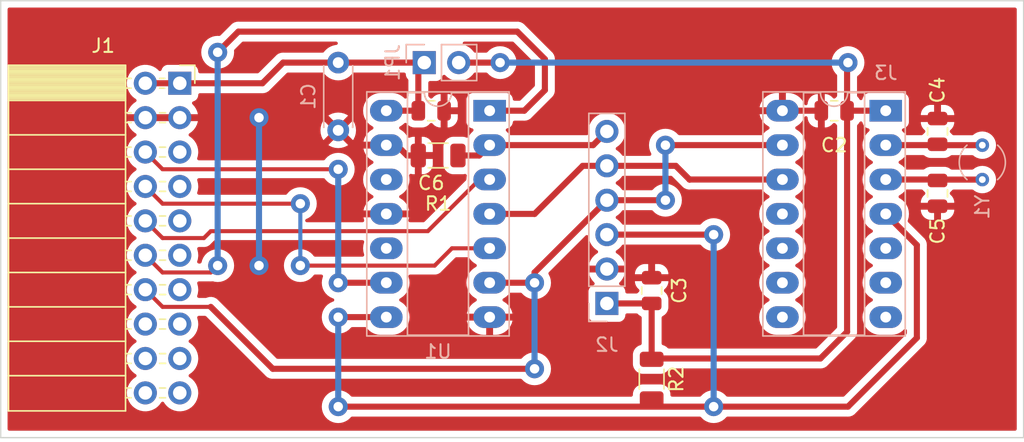
<source format=kicad_pcb>
(kicad_pcb (version 20211014) (generator pcbnew)
  (layers (0 "F.Cu" signal) (31 "B.Cu" signal) (34 "B.Paste" user) (35 "F.Paste" user) (36 "B.SilkS" user "B.Silkscreen") (37 "F.SilkS" user "F.Silkscreen") (38 "B.Mask" user) (39 "F.Mask" user) (44 "Edge.Cuts" user))
  (net 0 "")
  (net 1 "VCC")
  (net 2 "GND")
  (net 3 "+5V")
  (net 4 "Net-(C4-Pad1)")
  (net 5 "Net-(C5-Pad1)")
  (net 6 "PGD")
  (net 13 "MCLR")
  (net 14 "PGC")
  (net 15 "PGM")
  (net 25 "Net-(U1-Pad9)")
  (net 28 "Net-(J1-Pad8)")
  (net 30 "Net-(J1-Pad10)")
  (net 32 "Net-(J1-Pad12)")
  (footprint "Connector_PinSocket_2.54mm:PinSocket_2x10_P2.54mm_Horizontal" (layer "F.Cu") (at 48.006 36.068)
    (fp_text reference "J1" (at -5.65 -2.77) (layer "F.SilkS"))
    (fp_text value "PBD-20R")
    (fp_line (start -4 12.34) (end -3.59 12.34) (layer "F.SilkS") (width 0.12))
    (fp_line (start -12.63 -0.855715) (end -4 -0.855715) (layer "F.SilkS") (width 0.12))
    (fp_line (start -12.63 1.1519) (end -4 1.1519) (layer "F.SilkS") (width 0.12))
    (fp_line (start -4 2.18) (end -3.59 2.18) (layer "F.SilkS") (width 0.12))
    (fp_line (start -4 2.9) (end -3.59 2.9) (layer "F.SilkS") (width 0.12))
    (fp_line (start -1.49 4.72) (end -1.05 4.72) (layer "F.SilkS") (width 0.12))
    (fp_line (start -12.63 16.51) (end -4 16.51) (layer "F.SilkS") (width 0.12))
    (fp_line (start -1.49 0.36) (end -1.11 0.36) (layer "F.SilkS") (width 0.12))
    (fp_line (start -12.63 -0.26524) (end -4 -0.26524) (layer "F.SilkS") (width 0.12))
    (fp_line (start -4 -0.36) (end -3.59 -0.36) (layer "F.SilkS") (width 0.12))
    (fp_line (start -4 19.96) (end -3.59 19.96) (layer "F.SilkS") (width 0.12))
    (fp_line (start -12.63 -0.619525) (end -4 -0.619525) (layer "F.SilkS") (width 0.12))
    (fp_line (start -12.63 -1.21) (end -4 -1.21) (layer "F.SilkS") (width 0.12))
    (fp_line (start -1.49 14.88) (end -1.05 14.88) (layer "F.SilkS") (width 0.12))
    (fp_line (start -12.63 0.325235) (end -4 0.325235) (layer "F.SilkS") (width 0.12))
    (fp_line (start -1.49 17.42) (end -1.05 17.42) (layer "F.SilkS") (width 0.12))
    (fp_line (start -12.63 -1.33) (end -12.63 24.19) (layer "F.SilkS") (width 0.12))
    (fp_line (start -12.63 0.797615) (end -4 0.797615) (layer "F.SilkS") (width 0.12))
    (fp_line (start -12.63 11.43) (end -4 11.43) (layer "F.SilkS") (width 0.12))
    (fp_line (start -1.49 7.26) (end -1.05 7.26) (layer "F.SilkS") (width 0.12))
    (fp_line (start -4 7.26) (end -3.59 7.26) (layer "F.SilkS") (width 0.12))
    (fp_line (start -4 0.36) (end -3.59 0.36) (layer "F.SilkS") (width 0.12))
    (fp_line (start -12.63 -0.97381) (end -4 -0.97381) (layer "F.SilkS") (width 0.12))
    (fp_line (start -4 17.42) (end -3.59 17.42) (layer "F.SilkS") (width 0.12))
    (fp_line (start -4 4.72) (end -3.59 4.72) (layer "F.SilkS") (width 0.12))
    (fp_line (start -12.63 8.89) (end -4 8.89) (layer "F.SilkS") (width 0.12))
    (fp_line (start -12.63 1.27) (end -4 1.27) (layer "F.SilkS") (width 0.12))
    (fp_line (start -1.49 22.5) (end -1.05 22.5) (layer "F.SilkS") (width 0.12))
    (fp_line (start -12.63 0.20714) (end -4 0.20714) (layer "F.SilkS") (width 0.12))
    (fp_line (start -1.49 5.44) (end -1.05 5.44) (layer "F.SilkS") (width 0.12))
    (fp_line (start -4 20.68) (end -3.59 20.68) (layer "F.SilkS") (width 0.12))
    (fp_line (start -4 5.44) (end -3.59 5.44) (layer "F.SilkS") (width 0.12))
    (fp_line (start -1.49 19.96) (end -1.05 19.96) (layer "F.SilkS") (width 0.12))
    (fp_line (start -1.49 9.8) (end -1.05 9.8) (layer "F.SilkS") (width 0.12))
    (fp_line (start -4 14.88) (end -3.59 14.88) (layer "F.SilkS") (width 0.12))
    (fp_line (start -12.63 0.91571) (end -4 0.91571) (layer "F.SilkS") (width 0.12))
    (fp_line (start -1.49 23.22) (end -1.05 23.22) (layer "F.SilkS") (width 0.12))
    (fp_line (start -1.49 2.9) (end -1.05 2.9) (layer "F.SilkS") (width 0.12))
    (fp_line (start -12.63 -0.73762) (end -4 -0.73762) (layer "F.SilkS") (width 0.12))
    (fp_line (start -1.49 15.6) (end -1.05 15.6) (layer "F.SilkS") (width 0.12))
    (fp_line (start -12.63 24.19) (end -4 24.19) (layer "F.SilkS") (width 0.12))
    (fp_line (start -1.49 2.18) (end -1.05 2.18) (layer "F.SilkS") (width 0.12))
    (fp_line (start -12.63 -0.383335) (end -4 -0.383335) (layer "F.SilkS") (width 0.12))
    (fp_line (start -12.63 0.67952) (end -4 0.67952) (layer "F.SilkS") (width 0.12))
    (fp_line (start -1.49 10.52) (end -1.05 10.52) (layer "F.SilkS") (width 0.12))
    (fp_line (start -1.49 7.98) (end -1.05 7.98) (layer "F.SilkS") (width 0.12))
    (fp_line (start -4 7.98) (end -3.59 7.98) (layer "F.SilkS") (width 0.12))
    (fp_line (start 0 -1.33) (end 1.11 -1.33) (layer "F.SilkS") (width 0.12))
    (fp_line (start -12.63 19.05) (end -4 19.05) (layer "F.SilkS") (width 0.12))
    (fp_line (start -12.63 6.35) (end -4 6.35) (layer "F.SilkS") (width 0.12))
    (fp_line (start -12.63 -0.02905) (end -4 -0.02905) (layer "F.SilkS") (width 0.12))
    (fp_line (start -4 10.52) (end -3.59 10.52) (layer "F.SilkS") (width 0.12))
    (fp_line (start -12.63 -1.091905) (end -4 -1.091905) (layer "F.SilkS") (width 0.12))
    (fp_line (start -1.49 20.68) (end -1.05 20.68) (layer "F.SilkS") (width 0.12))
    (fp_line (start -12.63 0.44333) (end -4 0.44333) (layer "F.SilkS") (width 0.12))
    (fp_line (start 1.11 -1.33) (end 1.11 0) (layer "F.SilkS") (width 0.12))
    (fp_line (start -12.63 21.59) (end -4 21.59) (layer "F.SilkS") (width 0.12))
    (fp_line (start -12.63 1.033805) (end -4 1.033805) (layer "F.SilkS") (width 0.12))
    (fp_line (start -12.63 -0.50143) (end -4 -0.50143) (layer "F.SilkS") (width 0.12))
    (fp_line (start -12.63 0.089045) (end -4 0.089045) (layer "F.SilkS") (width 0.12))
    (fp_line (start -12.63 13.97) (end -4 13.97) (layer "F.SilkS") (width 0.12))
    (fp_line (start -1.49 -0.36) (end -1.11 -0.36) (layer "F.SilkS") (width 0.12))
    (fp_line (start -4 -1.33) (end -4 24.19) (layer "F.SilkS") (width 0.12))
    (fp_line (start -12.63 -0.147145) (end -4 -0.147145) (layer "F.SilkS") (width 0.12))
    (fp_line (start -1.49 12.34) (end -1.05 12.34) (layer "F.SilkS") (width 0.12))
    (fp_line (start -4 9.8) (end -3.59 9.8) (layer "F.SilkS") (width 0.12))
    (fp_line (start -4 22.5) (end -3.59 22.5) (layer "F.SilkS") (width 0.12))
    (fp_line (start -4 13.06) (end -3.59 13.06) (layer "F.SilkS") (width 0.12))
    (fp_line (start -1.49 18.14) (end -1.05 18.14) (layer "F.SilkS") (width 0.12))
    (fp_line (start -12.63 0.561425) (end -4 0.561425) (layer "F.SilkS") (width 0.12))
    (fp_line (start -12.63 3.81) (end -4 3.81) (layer "F.SilkS") (width 0.12))
    (fp_line (start -12.63 -1.33) (end -4 -1.33) (layer "F.SilkS") (width 0.12))
    (fp_line (start -4 15.6) (end -3.59 15.6) (layer "F.SilkS") (width 0.12))
    (fp_line (start -4 18.14) (end -3.59 18.14) (layer "F.SilkS") (width 0.12))
    (fp_line (start -1.49 13.06) (end -1.05 13.06) (layer "F.SilkS") (width 0.12))
    (fp_line (start -4 23.22) (end -3.59 23.22) (layer "F.SilkS") (width 0.12))
    (pad "1" thru_hole rect (at 0 0) (size 1.7 1.7) (drill 1) (layers *.Cu *.Mask) (net 1 "VCC"))
    (pad "2" thru_hole oval (at -2.54 0) (size 1.7 1.7) (drill 1) (layers *.Cu *.Mask) (net 1 "VCC"))
    (pad "3" thru_hole oval (at 0 2.54) (size 1.7 1.7) (drill 1) (layers *.Cu *.Mask) (net 2 "GND"))
    (pad "4" thru_hole oval (at -2.54 2.54) (size 1.7 1.7) (drill 1) (layers *.Cu *.Mask) (net 2 "GND"))
    (pad "5" thru_hole oval (at 0 5.08) (size 1.7 1.7) (drill 1) (layers *.Cu *.Mask))
    (pad "6" thru_hole oval (at -2.54 5.08) (size 1.7 1.7) (drill 1) (layers *.Cu *.Mask) (net 25 "Net-(U1-Pad9)"))
    (pad "7" thru_hole oval (at 0 7.62) (size 1.7 1.7) (drill 1) (layers *.Cu *.Mask))
    (pad "8" thru_hole oval (at -2.54 7.62) (size 1.7 1.7) (drill 1) (layers *.Cu *.Mask) (net 28 "Net-(J1-Pad8)"))
    (pad "9" thru_hole oval (at 0 10.16) (size 1.7 1.7) (drill 1) (layers *.Cu *.Mask))
    (pad "10" thru_hole oval (at -2.54 10.16) (size 1.7 1.7) (drill 1) (layers *.Cu *.Mask) (net 30 "Net-(J1-Pad10)"))
    (pad "11" thru_hole oval (at 0 12.7) (size 1.7 1.7) (drill 1) (layers *.Cu *.Mask))
    (pad "12" thru_hole oval (at -2.54 12.7) (size 1.7 1.7) (drill 1) (layers *.Cu *.Mask) (net 32 "Net-(J1-Pad12)"))
    (pad "13" thru_hole oval (at 0 15.24) (size 1.7 1.7) (drill 1) (layers *.Cu *.Mask))
    (pad "14" thru_hole oval (at -2.54 15.24) (size 1.7 1.7) (drill 1) (layers *.Cu *.Mask) (net 6 "PGD"))
    (pad "15" thru_hole oval (at 0 17.78) (size 1.7 1.7) (drill 1) (layers *.Cu *.Mask))
    (pad "16" thru_hole oval (at -2.54 17.78) (size 1.7 1.7) (drill 1) (layers *.Cu *.Mask))
    (pad "17" thru_hole oval (at 0 20.32) (size 1.7 1.7) (drill 1) (layers *.Cu *.Mask))
    (pad "18" thru_hole oval (at -2.54 20.32) (size 1.7 1.7) (drill 1) (layers *.Cu *.Mask))
    (pad "19" thru_hole oval (at 0 22.86) (size 1.7 1.7) (drill 1) (layers *.Cu *.Mask))
    (pad "20" thru_hole oval (at -2.54 22.86) (size 1.7 1.7) (drill 1) (layers *.Cu *.Mask))
  )
  (footprint "Capacitor_SMD:C_0805_2012Metric" (layer "F.Cu") (at 96.266 38.1 180)
    (fp_text reference "C2" (at 0 -2.54) (layer "F.SilkS"))
    (fp_text value "100n" hide)
    (fp_line (start -0.261252 -0.735) (end 0.261252 -0.735) (layer "F.SilkS") (width 0.12))
    (fp_line (start -0.261252 0.735) (end 0.261252 0.735) (layer "F.SilkS") (width 0.12))
    (pad "1" smd roundrect (at -0.95 0 180) (size 1 1.45) (layers "F.Cu" "F.Paste" "F.Mask") (net 3 "+5V"))
    (pad "2" smd roundrect (at 0.95 0 180) (size 1 1.45) (layers "F.Cu" "F.Paste" "F.Mask") (net 2 "GND"))
  )
  (footprint "Capacitor_SMD:C_0805_2012Metric" (layer "F.Cu") (at 103.886 39.624 90)
    (fp_text reference "C4" (at 3.048 0 90) (layer "F.SilkS"))
    (fp_text value "22p" hide)
    (fp_line (start -0.261252 -0.735) (end 0.261252 -0.735) (layer "F.SilkS") (width 0.12))
    (fp_line (start -0.261252 0.735) (end 0.261252 0.735) (layer "F.SilkS") (width 0.12))
    (pad "1" smd roundrect (at -0.95 0 90) (size 1 1.45) (layers "F.Cu" "F.Paste" "F.Mask") (net 4 "Net-(C4-Pad1)"))
    (pad "2" smd roundrect (at 0.95 0 90) (size 1 1.45) (layers "F.Cu" "F.Paste" "F.Mask") (net 2 "GND"))
  )
  (footprint "Capacitor_SMD:C_0805_2012Metric" (layer "F.Cu") (at 82.804 51.374 90)
    (fp_text reference "C3" (at 0 2.032 90) (layer "F.SilkS"))
    (fp_text value "100n" hide)
    (fp_line (start -0.261252 0.735) (end 0.261252 0.735) (layer "F.SilkS") (width 0.12))
    (fp_line (start -0.261252 -0.735) (end 0.261252 -0.735) (layer "F.SilkS") (width 0.12))
    (pad "1" smd roundrect (at -0.95 0 90) (size 1 1.45) (layers "F.Cu" "F.Paste" "F.Mask") (net 3 "+5V"))
    (pad "2" smd roundrect (at 0.95 0 90) (size 1 1.45) (layers "F.Cu" "F.Paste" "F.Mask") (net 2 "GND"))
  )
  (footprint "Resistor_SMD:R_1206_3216Metric" (layer "F.Cu") (at 82.804 57.912 -90)
    (fp_text reference "R2" (at 0 -1.82 90) (layer "F.SilkS"))
    (fp_text value "10k" hide)
    (fp_line (start -0.727064 0.91) (end 0.727064 0.91) (layer "F.SilkS") (width 0.12))
    (fp_line (start -0.727064 -0.91) (end 0.727064 -0.91) (layer "F.SilkS") (width 0.12))
    (pad "1" smd roundrect (at -1.4625 0 270) (size 1.125 1.75) (layers "F.Cu" "F.Paste" "F.Mask") (roundrect_rratio 0.222222) (net 3 "+5V"))
    (pad "2" smd roundrect (at 1.4625 0 270) (size 1.125 1.75) (layers "F.Cu" "F.Paste" "F.Mask") (roundrect_rratio 0.222222) (net 13 "MCLR"))
  )
  (footprint "Capacitor_SMD:C_0805_2012Metric" (layer "F.Cu") (at 103.886 44.196 -90)
    (fp_text reference "C5" (at 2.794 0 90) (layer "F.SilkS"))
    (fp_text value "22p" hide)
    (fp_line (start -0.261252 0.735) (end 0.261252 0.735) (layer "F.SilkS") (width 0.12))
    (fp_line (start -0.261252 -0.735) (end 0.261252 -0.735) (layer "F.SilkS") (width 0.12))
    (pad "1" smd roundrect (at -0.95 0 270) (size 1 1.45) (layers "F.Cu" "F.Paste" "F.Mask") (net 5 "Net-(C5-Pad1)"))
    (pad "2" smd roundrect (at 0.95 0 270) (size 1 1.45) (layers "F.Cu" "F.Paste" "F.Mask") (net 2 "GND"))
  )
  (footprint "Resistor_SMD:R_1206_3216Metric" (layer "F.Cu") (at 67.056 41.402)
    (fp_text reference "R1" (at 0 3.556) (layer "F.SilkS"))
    (fp_text value "1k" hide)
    (fp_line (start -0.727064 -0.91) (end 0.727064 -0.91) (layer "F.SilkS") (width 0.12))
    (fp_line (start -0.727064 0.91) (end 0.727064 0.91) (layer "F.SilkS") (width 0.12))
    (pad "1" smd roundrect (at -1.4625 0) (size 1.125 1.75) (layers "F.Cu" "F.Paste" "F.Mask") (roundrect_rratio 0.222222) (net 2 "GND"))
    (pad "2" smd roundrect (at 1.4625 0) (size 1.125 1.75) (layers "F.Cu" "F.Paste" "F.Mask") (roundrect_rratio 0.222222) (net 15 "PGM"))
  )
  (footprint "Capacitor_SMD:C_0805_2012Metric" (layer "F.Cu") (at 66.548 38.1)
    (fp_text reference "C6" (at 0 5.334) (layer "F.SilkS"))
    (fp_text value "100n" hide)
    (fp_line (start -0.261252 0.735) (end 0.261252 0.735) (layer "F.SilkS") (width 0.12))
    (fp_line (start -0.261252 -0.735) (end 0.261252 -0.735) (layer "F.SilkS") (width 0.12))
    (pad "1" smd roundrect (at -0.95 0) (size 1 1.45) (layers "F.Cu" "F.Paste" "F.Mask") (net 1 "VCC"))
    (pad "2" smd roundrect (at 0.95 0) (size 1 1.45) (layers "F.Cu" "F.Paste" "F.Mask") (net 2 "GND"))
  )
  (footprint "Connector_PinHeader_2.54mm:PinHeader_1x06_P2.54mm_Vertical" (layer "B.Cu") (at 79.502 52.324)
    (fp_text reference "J2" (at 0 3.048) (layer "B.SilkS") (effects (justify mirror)))
    (fp_text value "PLS-6" hide)
    (fp_line (start -1.33 0) (end -1.33 1.33) (layer "B.SilkS") (width 0.12))
    (fp_line (start -1.33 -1.27) (end -1.33 -14.03) (layer "B.SilkS") (width 0.12))
    (fp_line (start -1.33 -14.03) (end 1.33 -14.03) (layer "B.SilkS") (width 0.12))
    (fp_line (start -1.33 -1.27) (end 1.33 -1.27) (layer "B.SilkS") (width 0.12))
    (fp_line (start 1.33 -1.27) (end 1.33 -14.03) (layer "B.SilkS") (width 0.12))
    (fp_line (start -1.33 1.33) (end 0 1.33) (layer "B.SilkS") (width 0.12))
    (pad "1" thru_hole rect (at 0 0) (size 1.7 1.7) (drill 1) (layers *.Cu *.Mask) (net 3 "+5V"))
    (pad "2" thru_hole oval (at 0 -2.54) (size 1.7 1.7) (drill 1) (layers *.Cu *.Mask) (net 2 "GND"))
    (pad "3" thru_hole oval (at 0 -5.08) (size 1.7 1.7) (drill 1) (layers *.Cu *.Mask) (net 13 "MCLR"))
    (pad "4" thru_hole oval (at 0 -7.62) (size 1.7 1.7) (drill 1) (layers *.Cu *.Mask) (net 6 "PGD"))
    (pad "5" thru_hole oval (at 0 -10.16) (size 1.7 1.7) (drill 1) (layers *.Cu *.Mask) (net 14 "PGC"))
    (pad "6" thru_hole oval (at 0 -12.7) (size 1.7 1.7) (drill 1) (layers *.Cu *.Mask) (net 15 "PGM"))
  )
  (footprint "Connector_PinHeader_2.54mm:PinHeader_1x02_P2.54mm_Vertical" (layer "B.Cu") (at 66.035 34.544 -90)
    (fp_text reference "JP1" (at 0 2.33 90) (layer "B.SilkS") (effects (justify mirror)))
    (fp_text value "PLS-2" hide)
    (fp_line (start 1.33 -1.27) (end 1.33 -3.87) (layer "B.SilkS") (width 0.12))
    (fp_line (start -1.33 -3.87) (end 1.33 -3.87) (layer "B.SilkS") (width 0.12))
    (fp_line (start -1.33 -1.27) (end 1.33 -1.27) (layer "B.SilkS") (width 0.12))
    (fp_line (start -1.33 1.33) (end 0 1.33) (layer "B.SilkS") (width 0.12))
    (fp_line (start -1.33 0) (end -1.33 1.33) (layer "B.SilkS") (width 0.12))
    (fp_line (start -1.33 -1.27) (end -1.33 -3.87) (layer "B.SilkS") (width 0.12))
    (pad "1" thru_hole rect (at 0 0 270) (size 1.7 1.7) (drill 1) (layers *.Cu *.Mask) (net 1 "VCC"))
    (pad "2" thru_hole oval (at 0 -2.54 270) (size 1.7 1.7) (drill 1) (layers *.Cu *.Mask) (net 3 "+5V"))
  )
  (footprint "Capacitor_THT:C_Disc_D4.3mm_W1.9mm_P5.00mm" (layer "B.Cu") (at 59.69 34.544 -90)
    (fp_text reference "C1" (at 2.5 2.2 90) (layer "B.SilkS") (effects (justify mirror)))
    (fp_text value "100n" hide)
    (fp_line (start 0.23 1.07) (end 0.23 1.055) (layer "B.SilkS") (width 0.12))
    (fp_line (start 0.23 -1.07) (end 4.77 -1.07) (layer "B.SilkS") (width 0.12))
    (fp_line (start 0.23 1.07) (end 4.77 1.07) (layer "B.SilkS") (width 0.12))
    (fp_line (start 4.77 -1.055) (end 4.77 -1.07) (layer "B.SilkS") (width 0.12))
    (fp_line (start 0.23 -1.055) (end 0.23 -1.07) (layer "B.SilkS") (width 0.12))
    (fp_line (start 4.77 1.07) (end 4.77 1.055) (layer "B.SilkS") (width 0.12))
    (pad "1" thru_hole circle (at 0 0 270) (size 1.6 1.6) (drill 0.8) (layers *.Cu *.Mask) (net 1 "VCC"))
    (pad "2" thru_hole circle (at 5 0 270) (size 1.6 1.6) (drill 0.8) (layers *.Cu *.Mask) (net 2 "GND"))
  )
  (footprint "Crystal:Crystal_AT310_D3.0mm_L10.0mm_Vertical" (layer "B.Cu") (at 107.188 40.64 -90)
    (fp_text reference "Y1" (at 4.572 0 90) (layer "B.SilkS") (effects (justify mirror)))
    (fp_text value "Crystal" hide)
    (fp_arc (start 0 -1.130088) (mid 1.270408 -1.7) (end 2.540542 -1.129479) (layer "B.SilkS") (width 0.12))
    (fp_arc (start 2.540542 1.129479) (mid 1.270408 1.7) (end 0 1.130088) (layer "B.SilkS") (width 0.12))
    (pad "1" thru_hole circle (at 0 0 270) (size 1 1) (drill 0.5) (layers *.Cu *.Mask) (net 4 "Net-(C4-Pad1)"))
    (pad "2" thru_hole circle (at 2.54 0 270) (size 1 1) (drill 0.5) (layers *.Cu *.Mask) (net 5 "Net-(C5-Pad1)"))
  )
  (footprint "Package_DIP:DIP-14_W7.62mm_Socket_LongPads" (layer "B.Cu") (at 100.066 38.095 180)
    (fp_text reference "J3" (at -0.01 2.789) (layer "B.SilkS") (effects (justify mirror)))
    (fp_text value "DS1044-14 panel" hide)
    (fp_line (start 1.56 1.33) (end 1.56 -16.57) (layer "B.SilkS") (width 0.12))
    (fp_line (start 6.06 1.33) (end 4.81 1.33) (layer "B.SilkS") (width 0.12))
    (fp_line (start 1.56 -16.57) (end 6.06 -16.57) (layer "B.SilkS") (width 0.12))
    (fp_line (start 9.06 -16.63) (end 9.06 1.39) (layer "B.SilkS") (width 0.12))
    (fp_line (start 2.81 1.33) (end 1.56 1.33) (layer "B.SilkS") (width 0.12))
    (fp_line (start 6.06 -16.57) (end 6.06 1.33) (layer "B.SilkS") (width 0.12))
    (fp_line (start -1.44 -16.63) (end 9.06 -16.63) (layer "B.SilkS") (width 0.12))
    (fp_line (start 9.06 1.39) (end -1.44 1.39) (layer "B.SilkS") (width 0.12))
    (fp_line (start -1.44 1.39) (end -1.44 -16.63) (layer "B.SilkS") (width 0.12))
    (fp_arc (start 2.81 1.33) (mid 3.81 0.33) (end 4.81 1.33) (layer "B.SilkS") (width 0.12))
    (pad "1" thru_hole rect (at 0 0 180) (size 2.4 1.6) (drill 0.8) (layers *.Cu *.Mask) (net 3 "+5V"))
    (pad "2" thru_hole oval (at 0 -2.54 180) (size 2.4 1.6) (drill 0.8) (layers *.Cu *.Mask) (net 4 "Net-(C4-Pad1)"))
    (pad "3" thru_hole oval (at 0 -5.08 180) (size 2.4 1.6) (drill 0.8) (layers *.Cu *.Mask) (net 5 "Net-(C5-Pad1)"))
    (pad "4" thru_hole oval (at 0 -7.62 180) (size 2.4 1.6) (drill 0.8) (layers *.Cu *.Mask) (net 13 "MCLR"))
    (pad "5" thru_hole oval (at 0 -10.16 180) (size 2.4 1.6) (drill 0.8) (layers *.Cu *.Mask))
    (pad "6" thru_hole oval (at 0 -12.7 180) (size 2.4 1.6) (drill 0.8) (layers *.Cu *.Mask))
    (pad "7" thru_hole oval (at 0 -15.24 180) (size 2.4 1.6) (drill 0.8) (layers *.Cu *.Mask))
    (pad "8" thru_hole oval (at 7.62 -15.24 180) (size 2.4 1.6) (drill 0.8) (layers *.Cu *.Mask))
    (pad "9" thru_hole oval (at 7.62 -12.7 180) (size 2.4 1.6) (drill 0.8) (layers *.Cu *.Mask))
    (pad "10" thru_hole oval (at 7.62 -10.16 180) (size 2.4 1.6) (drill 0.8) (layers *.Cu *.Mask))
    (pad "11" thru_hole oval (at 7.62 -7.62 180) (size 2.4 1.6) (drill 0.8) (layers *.Cu *.Mask))
    (pad "12" thru_hole oval (at 7.62 -5.08 180) (size 2.4 1.6) (drill 0.8) (layers *.Cu *.Mask) (net 14 "PGC"))
    (pad "13" thru_hole oval (at 7.62 -2.54 180) (size 2.4 1.6) (drill 0.8) (layers *.Cu *.Mask) (net 6 "PGD"))
    (pad "14" thru_hole oval (at 7.62 0 180) (size 2.4 1.6) (drill 0.8) (layers *.Cu *.Mask) (net 2 "GND"))
  )
  (footprint "Package_DIP:DIP-14_W7.62mm_Socket_LongPads" (layer "B.Cu") (at 70.856 38.095 180)
    (fp_text reference "U1" (at 3.81 -17.785) (layer "B.SilkS") (effects (justify mirror)))
    (fp_text value "74LS14" hide)
    (fp_line (start 1.56 -16.57) (end 6.06 -16.57) (layer "B.SilkS") (width 0.12))
    (fp_line (start 1.56 1.33) (end 1.56 -16.57) (layer "B.SilkS") (width 0.12))
    (fp_line (start 6.06 1.33) (end 4.81 1.33) (layer "B.SilkS") (width 0.12))
    (fp_line (start 9.06 1.39) (end -1.44 1.39) (layer "B.SilkS") (width 0.12))
    (fp_line (start 9.06 -16.63) (end 9.06 1.39) (layer "B.SilkS") (width 0.12))
    (fp_line (start 6.06 -16.57) (end 6.06 1.33) (layer "B.SilkS") (width 0.12))
    (fp_line (start 2.81 1.33) (end 1.56 1.33) (layer "B.SilkS") (width 0.12))
    (fp_line (start -1.44 1.39) (end -1.44 -16.63) (layer "B.SilkS") (width 0.12))
    (fp_line (start -1.44 -16.63) (end 9.06 -16.63) (layer "B.SilkS") (width 0.12))
    (fp_arc (start 2.81 1.33) (mid 3.81 0.33) (end 4.81 1.33) (layer "B.SilkS") (width 0.12))
    (pad "1" thru_hole rect (at 0 0 180) (size 2.4 1.6) (drill 0.8) (layers *.Cu *.Mask) (net 32 "Net-(J1-Pad12)"))
    (pad "2" thru_hole oval (at 0 -2.54 180) (size 2.4 1.6) (drill 0.8) (layers *.Cu *.Mask) (net 15 "PGM"))
    (pad "3" thru_hole oval (at 0 -5.08 180) (size 2.4 1.6) (drill 0.8) (layers *.Cu *.Mask) (net 30 "Net-(J1-Pad10)"))
    (pad "4" thru_hole oval (at 0 -7.62 180) (size 2.4 1.6) (drill 0.8) (layers *.Cu *.Mask) (net 14 "PGC"))
    (pad "5" thru_hole oval (at 0 -10.16 180) (size 2.4 1.6) (drill 0.8) (layers *.Cu *.Mask) (net 28 "Net-(J1-Pad8)"))
    (pad "6" thru_hole oval (at 0 -12.7 180) (size 2.4 1.6) (drill 0.8) (layers *.Cu *.Mask) (net 6 "PGD"))
    (pad "7" thru_hole oval (at 0 -15.24 180) (size 2.4 1.6) (drill 0.8) (layers *.Cu *.Mask) (net 2 "GND"))
    (pad "8" thru_hole oval (at 7.62 -15.24 180) (size 2.4 1.6) (drill 0.8) (layers *.Cu *.Mask) (net 13 "MCLR"))
    (pad "9" thru_hole oval (at 7.62 -12.7 180) (size 2.4 1.6) (drill 0.8) (layers *.Cu *.Mask) (net 25 "Net-(U1-Pad9)"))
    (pad "10" thru_hole oval (at 7.62 -10.16 180) (size 2.4 1.6) (drill 0.8) (layers *.Cu *.Mask))
    (pad "11" thru_hole oval (at 7.62 -7.62 180) (size 2.4 1.6) (drill 0.8) (layers *.Cu *.Mask) (net 2 "GND"))
    (pad "12" thru_hole oval (at 7.62 -5.08 180) (size 2.4 1.6) (drill 0.8) (layers *.Cu *.Mask))
    (pad "13" thru_hole oval (at 7.62 -2.54 180) (size 2.4 1.6) (drill 0.8) (layers *.Cu *.Mask) (net 2 "GND"))
    (pad "14" thru_hole oval (at 7.62 0 180) (size 2.4 1.6) (drill 0.8) (layers *.Cu *.Mask) (net 1 "VCC"))
  )
  (gr_rect (start 34.798 62.23) (end 110.236 29.972) (layer "Edge.Cuts") (width 0.1) (fill none))
  (segment (start 65.598 34.981) (end 66.035 34.544) (width 0.45) (layer "F.Cu") (net 1))
  (segment (start 63.236 38.095) (end 65.593 38.095) (width 0.45) (layer "F.Cu") (net 1))
  (segment (start 59.69 34.544) (end 55.626 34.544) (width 0.45) (layer "F.Cu") (net 1))
  (segment (start 45.466 36.068) (end 48.006 36.068) (width 0.45) (layer "F.Cu") (net 1))
  (segment (start 54.102 36.068) (end 48.006 36.068) (width 0.45) (layer "F.Cu") (net 1))
  (segment (start 65.593 38.095) (end 65.598 38.1) (width 0.45) (layer "F.Cu") (net 1))
  (segment (start 65.598 38.1) (end 65.598 34.981) (width 0.45) (layer "F.Cu") (net 1))
  (segment (start 66.035 34.544) (end 59.69 34.544) (width 0.45) (layer "F.Cu") (net 1))
  (segment (start 55.626 34.544) (end 54.102 36.068) (width 0.45) (layer "F.Cu") (net 1))
  (segment (start 45.466 38.608) (end 48.006 38.608) (width 0.45) (layer "F.Cu") (net 2))
  (segment (start 92.446 38.095) (end 95.311 38.095) (width 0.45) (layer "F.Cu") (net 2))
  (segment (start 64.77 41.402) (end 65.5935 41.402) (width 0.45) (layer "F.Cu") (net 2))
  (segment (start 64.003 40.635) (end 64.77 41.402) (width 0.45) (layer "F.Cu") (net 2))
  (segment (start 63.236 40.635) (end 64.003 40.635) (width 0.45) (layer "F.Cu") (net 2))
  (segment (start 48.006 38.608) (end 53.848 38.608) (width 0.45) (layer "F.Cu") (net 2))
  (segment (start 95.311 38.095) (end 95.316 38.1) (width 0.45) (layer "F.Cu") (net 2))
  (via (at 53.848 38.608) (size 1.4) (drill 0.7) (layers "F.Cu" "B.Cu") (net 2))
  (via (at 53.848 49.53) (size 1.4) (drill 0.7) (layers "F.Cu" "B.Cu") (net 2))
  (segment (start 53.848 38.608) (end 53.848 49.53) (width 0.45) (layer "B.Cu") (net 2))
  (segment (start 79.502 52.324) (end 82.804 52.324) (width 0.45) (layer "F.Cu") (net 3))
  (segment (start 82.804 52.324) (end 82.804 56.388) (width 0.45) (layer "F.Cu") (net 3))
  (segment (start 71.628 34.544) (end 68.575 34.544) (width 0.45) (layer "F.Cu") (net 3))
  (segment (start 97.216 38.1) (end 97.216 34.61) (width 0.45) (layer "F.Cu") (net 3))
  (segment (start 100.066 38.095) (end 97.221 38.095) (width 0.45) (layer "F.Cu") (net 3))
  (segment (start 82.804 56.388) (end 95.25 56.388) (width 0.45) (layer "F.Cu") (net 3))
  (segment (start 97.221 38.095) (end 97.216 38.1) (width 0.45) (layer "F.Cu") (net 3))
  (segment (start 97.216 34.61) (end 97.282 34.544) (width 0.45) (layer "F.Cu") (net 3))
  (segment (start 95.25 56.388) (end 97.216 54.422) (width 0.45) (layer "F.Cu") (net 3))
  (segment (start 97.216 54.422) (end 97.216 38.1) (width 0.45) (layer "F.Cu") (net 3))
  (via (at 71.628 34.544) (size 1.4) (drill 0.7) (layers "F.Cu" "B.Cu") (net 3))
  (via (at 97.282 34.544) (size 1.4) (drill 0.7) (layers "F.Cu" "B.Cu") (net 3))
  (segment (start 97.282 34.544) (end 71.628 34.544) (width 0.45) (layer "B.Cu") (net 3))
  (segment (start 100.066 40.635) (end 103.825 40.635) (width 0.45) (layer "F.Cu") (net 4))
  (segment (start 103.825 40.635) (end 103.886 40.574) (width 0.45) (layer "F.Cu") (net 4))
  (segment (start 107.188 40.64) (end 103.952 40.64) (width 0.45) (layer "F.Cu") (net 4))
  (segment (start 103.952 40.64) (end 103.886 40.574) (width 0.45) (layer "F.Cu") (net 4))
  (segment (start 107.188 43.18) (end 103.952 43.18) (width 0.45) (layer "F.Cu") (net 5))
  (segment (start 100.066 43.175) (end 103.815 43.175) (width 0.45) (layer "F.Cu") (net 5))
  (segment (start 103.952 43.18) (end 103.886 43.246) (width 0.45) (layer "F.Cu") (net 5))
  (segment (start 83.825 40.635) (end 92.446 40.635) (width 0.45) (layer "F.Cu") (net 6))
  (segment (start 46.736 52.578) (end 50.292 52.578) (width 0.3) (layer "F.Cu") (net 6))
  (segment (start 45.466 51.308) (end 46.736 52.578) (width 0.3) (layer "F.Cu") (net 6))
  (segment (start 74.163 50.795) (end 74.168 50.8) (width 0.45) (layer "F.Cu") (net 6))
  (segment (start 83.82 40.64) (end 83.825 40.635) (width 0.45) (layer "F.Cu") (net 6))
  (segment (start 70.856 50.795) (end 74.163 50.795) (width 0.45) (layer "F.Cu") (net 6))
  (segment (start 54.864 57.15) (end 50.292 52.578) (width 0.45) (layer "F.Cu") (net 6))
  (segment (start 79.502 44.704) (end 83.82 44.704) (width 0.45) (layer "F.Cu") (net 6))
  (segment (start 74.168 57.15) (end 54.864 57.15) (width 0.45) (layer "F.Cu") (net 6))
  (segment (start 74.168 50.8) (end 74.168 50.038) (width 0.45) (layer "F.Cu") (net 6))
  (segment (start 74.168 50.038) (end 79.502 44.704) (width 0.45) (layer "F.Cu") (net 6))
  (via (at 74.168 50.8) (size 1.4) (drill 0.7) (layers "F.Cu" "B.Cu") (net 6))
  (via (at 74.168 57.15) (size 1.4) (drill 0.7) (layers "F.Cu" "B.Cu") (net 6))
  (via (at 83.82 44.704) (size 1.4) (drill 0.7) (layers "F.Cu" "B.Cu") (net 6))
  (via (at 83.82 40.64) (size 1.4) (drill 0.7) (layers "F.Cu" "B.Cu") (net 6))
  (segment (start 74.168 50.8) (end 74.168 57.15) (width 0.45) (layer "B.Cu") (net 6))
  (segment (start 83.82 44.704) (end 83.82 40.64) (width 0.45) (layer "B.Cu") (net 6))
  (segment (start 59.69 53.34) (end 59.695 53.335) (width 0.45) (layer "F.Cu") (net 13))
  (segment (start 102.362 54.864) (end 102.362 48.011) (width 0.45) (layer "F.Cu") (net 13))
  (segment (start 59.695 53.335) (end 63.236 53.335) (width 0.45) (layer "F.Cu") (net 13))
  (segment (start 87.376 59.944) (end 97.282 59.944) (width 0.45) (layer "F.Cu") (net 13))
  (segment (start 87.376 47.244) (end 79.502 47.244) (width 0.45) (layer "F.Cu") (net 13))
  (segment (start 87.376 59.944) (end 59.69 59.944) (width 0.45) (layer "F.Cu") (net 13))
  (segment (start 97.282 59.944) (end 102.362 54.864) (width 0.45) (layer "F.Cu") (net 13))
  (segment (start 102.362 48.011) (end 100.066 45.715) (width 0.45) (layer "F.Cu") (net 13))
  (via (at 59.69 59.944) (size 1.4) (drill 0.7) (layers "F.Cu" "B.Cu") (net 13))
  (via (at 87.376 47.244) (size 1.4) (drill 0.7) (layers "F.Cu" "B.Cu") (net 13))
  (via (at 87.376 59.944) (size 1.4) (drill 0.7) (layers "F.Cu" "B.Cu") (net 13))
  (via (at 59.69 53.34) (size 1.4) (drill 0.7) (layers "F.Cu" "B.Cu") (net 13))
  (segment (start 87.376 47.244) (end 87.376 59.944) (width 0.45) (layer "B.Cu") (net 13))
  (segment (start 59.69 59.944) (end 59.69 53.34) (width 0.45) (layer "B.Cu") (net 13))
  (segment (start 85.598 43.18) (end 85.603 43.175) (width 0.45) (layer "F.Cu") (net 14))
  (segment (start 77.724 42.164) (end 74.173 45.715) (width 0.45) (layer "F.Cu") (net 14))
  (segment (start 79.502 42.164) (end 77.724 42.164) (width 0.45) (layer "F.Cu") (net 14))
  (segment (start 85.603 43.175) (end 92.446 43.175) (width 0.45) (layer "F.Cu") (net 14))
  (segment (start 84.582 42.164) (end 85.598 43.18) (width 0.45) (layer "F.Cu") (net 14))
  (segment (start 79.502 42.164) (end 84.582 42.164) (width 0.45) (layer "F.Cu") (net 14))
  (segment (start 74.173 45.715) (end 70.856 45.715) (width 0.45) (layer "F.Cu") (net 14))
  (segment (start 70.856 40.635) (end 78.491 40.635) (width 0.45) (layer "F.Cu") (net 15))
  (segment (start 78.491 40.635) (end 79.502 39.624) (width 0.45) (layer "F.Cu") (net 15))
  (segment (start 70.089 41.402) (end 70.856 40.635) (width 0.45) (layer "F.Cu") (net 15))
  (segment (start 68.5185 41.402) (end 70.089 41.402) (width 0.45) (layer "F.Cu") (net 15))
  (segment (start 59.69 42.418) (end 46.736 42.418) (width 0.3) (layer "F.Cu") (net 25))
  (segment (start 59.69 50.8) (end 59.695 50.795) (width 0.45) (layer "F.Cu") (net 25))
  (segment (start 46.736 42.418) (end 45.466 41.148) (width 0.3) (layer "F.Cu") (net 25))
  (segment (start 59.695 50.795) (end 63.236 50.795) (width 0.45) (layer "F.Cu") (net 25))
  (via (at 59.69 42.418) (size 1.4) (drill 0.7) (layers "F.Cu" "B.Cu") (net 25))
  (via (at 59.69 50.8) (size 1.4) (drill 0.7) (layers "F.Cu" "B.Cu") (net 25))
  (segment (start 59.69 50.8) (end 59.69 42.418) (width 0.45) (layer "B.Cu") (net 25))
  (segment (start 66.802 49.53) (end 68.077 48.255) (width 0.3) (layer "F.Cu") (net 28))
  (segment (start 46.736 44.958) (end 45.466 43.688) (width 0.3) (layer "F.Cu") (net 28))
  (segment (start 56.896 44.958) (end 46.736 44.958) (width 0.3) (layer "F.Cu") (net 28))
  (segment (start 56.896 49.53) (end 66.802 49.53) (width 0.3) (layer "F.Cu") (net 28))
  (segment (start 68.077 48.255) (end 70.856 48.255) (width 0.3) (layer "F.Cu") (net 28))
  (via (at 56.896 44.958) (size 1.4) (drill 0.7) (layers "F.Cu" "B.Cu") (net 28))
  (via (at 56.896 49.53) (size 1.4) (drill 0.7) (layers "F.Cu" "B.Cu") (net 28))
  (segment (start 56.896 44.958) (end 56.896 49.53) (width 0.3) (layer "B.Cu") (net 28))
  (segment (start 46.736 47.498) (end 49.784 47.498) (width 0.3) (layer "F.Cu") (net 30))
  (segment (start 70.109 43.175) (end 70.856 43.175) (width 0.3) (layer "F.Cu") (net 30))
  (segment (start 49.784 47.498) (end 50.292 46.99) (width 0.3) (layer "F.Cu") (net 30))
  (segment (start 66.294 46.99) (end 70.109 43.175) (width 0.3) (layer "F.Cu") (net 30))
  (segment (start 45.466 46.228) (end 46.736 47.498) (width 0.3) (layer "F.Cu") (net 30))
  (segment (start 50.292 46.99) (end 66.294 46.99) (width 0.3) (layer "F.Cu") (net 30))
  (segment (start 74.93 34.29) (end 74.93 36.576) (width 0.45) (layer "F.Cu") (net 32))
  (segment (start 74.93 36.576) (end 73.411 38.095) (width 0.45) (layer "F.Cu") (net 32))
  (segment (start 73.411 38.095) (end 70.856 38.095) (width 0.45) (layer "F.Cu") (net 32))
  (segment (start 52.324 32.258) (end 72.898 32.258) (width 0.45) (layer "F.Cu") (net 32))
  (segment (start 50.292 50.038) (end 46.736 50.038) (width 0.3) (layer "F.Cu") (net 32))
  (segment (start 72.898 32.258) (end 74.93 34.29) (width 0.45) (layer "F.Cu") (net 32))
  (segment (start 50.8 49.53) (end 50.292 50.038) (width 0.3) (layer "F.Cu") (net 32))
  (segment (start 50.8 33.782) (end 52.324 32.258) (width 0.45) (layer "F.Cu") (net 32))
  (segment (start 46.736 50.038) (end 45.466 48.768) (width 0.3) (layer "F.Cu") (net 32))
  (via (at 50.8 49.53) (size 1.4) (drill 0.7) (layers "F.Cu" "B.Cu") (net 32))
  (via (at 50.8 33.782) (size 1.4) (drill 0.7) (layers "F.Cu" "B.Cu") (net 32))
  (segment (start 50.8 49.53) (end 50.8 33.782) (width 0.45) (layer "B.Cu") (net 32))
  (zone (net 2) (net_name "GND") (layer "F.Cu") (connect_pads (clearance 0.508)) (min_thickness 0.254) (fill yes (thermal_gap 0.508) (thermal_bridge_width 0.508))
    (polygon (pts (xy 109.982 62.23) (xy 35.052 62.23) (xy 35.052 29.972) (xy 109.982 29.972)))
  )
)
</source>
